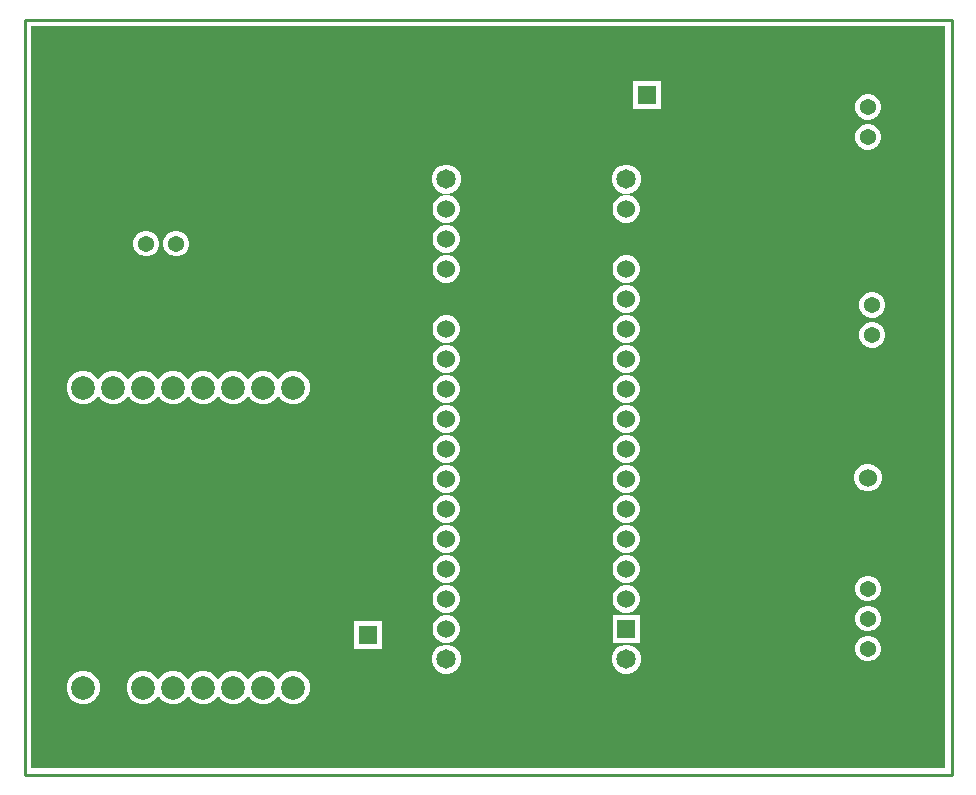
<source format=gbr>
%TF.GenerationSoftware,Altium Limited,Altium Designer,24.3.1 (35)*%
G04 Layer_Physical_Order=1*
G04 Layer_Color=255*
%FSLAX45Y45*%
%MOMM*%
%TF.SameCoordinates,78D6B365-3563-45E3-A517-92931350FA59*%
%TF.FilePolarity,Positive*%
%TF.FileFunction,Copper,L1,Top,Signal*%
%TF.Part,Single*%
G01*
G75*
%TA.AperFunction,NonConductor*%
%ADD10C,0.25400*%
%TA.AperFunction,ComponentPad*%
%ADD11C,2.00000*%
%ADD12C,1.53000*%
%ADD13R,1.53000X1.53000*%
%ADD14R,1.37000X1.37000*%
%ADD15C,1.37000*%
%ADD16R,1.53000X1.53000*%
%ADD17R,1.37000X1.37000*%
%ADD18R,1.52400X1.52400*%
%ADD19C,1.52400*%
%ADD20C,1.65100*%
G36*
X10334868Y2606432D02*
X2593732D01*
Y8887068D01*
X10334868D01*
Y2606432D01*
D02*
G37*
%LPC*%
G36*
X7927000Y8422300D02*
X7694000D01*
Y8189300D01*
X7927000D01*
Y8422300D01*
D02*
G37*
G36*
X9691684Y8312700D02*
X9663116D01*
X9635520Y8305306D01*
X9610780Y8291022D01*
X9590578Y8270820D01*
X9576294Y8246080D01*
X9568900Y8218484D01*
Y8189916D01*
X9576294Y8162320D01*
X9590578Y8137580D01*
X9610780Y8117378D01*
X9635520Y8103094D01*
X9663116Y8095700D01*
X9691684D01*
X9719280Y8103094D01*
X9744020Y8117378D01*
X9764222Y8137580D01*
X9778506Y8162320D01*
X9785900Y8189916D01*
Y8218484D01*
X9778506Y8246080D01*
X9764222Y8270820D01*
X9744020Y8291022D01*
X9719280Y8305306D01*
X9691684Y8312700D01*
D02*
G37*
G36*
Y8058700D02*
X9663116D01*
X9635520Y8051306D01*
X9610780Y8037022D01*
X9590578Y8016820D01*
X9576294Y7992080D01*
X9568900Y7964484D01*
Y7935916D01*
X9576294Y7908320D01*
X9590578Y7883580D01*
X9610780Y7863378D01*
X9635520Y7849094D01*
X9663116Y7841700D01*
X9691684D01*
X9719280Y7849094D01*
X9744020Y7863378D01*
X9764222Y7883580D01*
X9778506Y7908320D01*
X9785900Y7935916D01*
Y7964484D01*
X9778506Y7992080D01*
X9764222Y8016820D01*
X9744020Y8037022D01*
X9719280Y8051306D01*
X9691684Y8058700D01*
D02*
G37*
G36*
X7648834Y7717150D02*
X7616566D01*
X7585398Y7708798D01*
X7557453Y7692664D01*
X7534636Y7669847D01*
X7518502Y7641902D01*
X7510150Y7610734D01*
Y7578466D01*
X7518502Y7547298D01*
X7534636Y7519353D01*
X7557453Y7496536D01*
X7585398Y7480402D01*
X7616566Y7472050D01*
X7648834D01*
X7680002Y7480402D01*
X7707947Y7496536D01*
X7730764Y7519353D01*
X7746898Y7547298D01*
X7755250Y7578466D01*
Y7610734D01*
X7746898Y7641902D01*
X7730764Y7669847D01*
X7707947Y7692664D01*
X7680002Y7708798D01*
X7648834Y7717150D01*
D02*
G37*
G36*
X6124834D02*
X6092566D01*
X6061398Y7708798D01*
X6033453Y7692664D01*
X6010636Y7669847D01*
X5994502Y7641902D01*
X5986150Y7610734D01*
Y7578466D01*
X5994502Y7547298D01*
X6010636Y7519353D01*
X6033453Y7496536D01*
X6061398Y7480402D01*
X6092566Y7472050D01*
X6124834D01*
X6156002Y7480402D01*
X6183947Y7496536D01*
X6206764Y7519353D01*
X6222898Y7547298D01*
X6231250Y7578466D01*
Y7610734D01*
X6222898Y7641902D01*
X6206764Y7669847D01*
X6183947Y7692664D01*
X6156002Y7708798D01*
X6124834Y7717150D01*
D02*
G37*
G36*
X7647998Y7456800D02*
X7617402D01*
X7587848Y7448881D01*
X7561351Y7433583D01*
X7539717Y7411949D01*
X7524419Y7385452D01*
X7516500Y7355898D01*
Y7325302D01*
X7524419Y7295748D01*
X7539717Y7269251D01*
X7561351Y7247617D01*
X7587848Y7232319D01*
X7617402Y7224400D01*
X7647998D01*
X7677552Y7232319D01*
X7704049Y7247617D01*
X7725683Y7269251D01*
X7740981Y7295748D01*
X7748900Y7325302D01*
Y7355898D01*
X7740981Y7385452D01*
X7725683Y7411949D01*
X7704049Y7433583D01*
X7677552Y7448881D01*
X7647998Y7456800D01*
D02*
G37*
G36*
X6123998D02*
X6093402D01*
X6063848Y7448881D01*
X6037351Y7433583D01*
X6015717Y7411949D01*
X6000419Y7385452D01*
X5992500Y7355898D01*
Y7325302D01*
X6000419Y7295748D01*
X6015717Y7269251D01*
X6037351Y7247617D01*
X6063848Y7232319D01*
X6093402Y7224400D01*
X6123998D01*
X6153552Y7232319D01*
X6180049Y7247617D01*
X6201683Y7269251D01*
X6216981Y7295748D01*
X6224900Y7325302D01*
Y7355898D01*
X6216981Y7385452D01*
X6201683Y7411949D01*
X6180049Y7433583D01*
X6153552Y7448881D01*
X6123998Y7456800D01*
D02*
G37*
G36*
Y7202800D02*
X6093402D01*
X6063848Y7194881D01*
X6037351Y7179583D01*
X6015717Y7157949D01*
X6000419Y7131452D01*
X5992500Y7101898D01*
Y7071302D01*
X6000419Y7041748D01*
X6015717Y7015251D01*
X6037351Y6993617D01*
X6063848Y6978319D01*
X6093402Y6970400D01*
X6123998D01*
X6153552Y6978319D01*
X6180049Y6993617D01*
X6201683Y7015251D01*
X6216981Y7041748D01*
X6224900Y7071302D01*
Y7101898D01*
X6216981Y7131452D01*
X6201683Y7157949D01*
X6180049Y7179583D01*
X6153552Y7194881D01*
X6123998Y7202800D01*
D02*
G37*
G36*
X3836984Y7157000D02*
X3808416D01*
X3780820Y7149606D01*
X3756080Y7135322D01*
X3735878Y7115120D01*
X3721594Y7090380D01*
X3714200Y7062784D01*
Y7034216D01*
X3721594Y7006620D01*
X3735878Y6981880D01*
X3756080Y6961678D01*
X3780820Y6947394D01*
X3808416Y6940000D01*
X3836984D01*
X3864580Y6947394D01*
X3889320Y6961678D01*
X3909522Y6981880D01*
X3923806Y7006620D01*
X3931200Y7034216D01*
Y7062784D01*
X3923806Y7090380D01*
X3909522Y7115120D01*
X3889320Y7135322D01*
X3864580Y7149606D01*
X3836984Y7157000D01*
D02*
G37*
G36*
X3582984D02*
X3554416D01*
X3526820Y7149606D01*
X3502080Y7135322D01*
X3481878Y7115120D01*
X3467594Y7090380D01*
X3460200Y7062784D01*
Y7034216D01*
X3467594Y7006620D01*
X3481878Y6981880D01*
X3502080Y6961678D01*
X3526820Y6947394D01*
X3554416Y6940000D01*
X3582984D01*
X3610580Y6947394D01*
X3635320Y6961678D01*
X3655522Y6981880D01*
X3669806Y7006620D01*
X3677200Y7034216D01*
Y7062784D01*
X3669806Y7090380D01*
X3655522Y7115120D01*
X3635320Y7135322D01*
X3610580Y7149606D01*
X3582984Y7157000D01*
D02*
G37*
G36*
X7647998Y6948800D02*
X7617402D01*
X7587848Y6940881D01*
X7561351Y6925583D01*
X7539717Y6903949D01*
X7524419Y6877452D01*
X7516500Y6847898D01*
Y6817302D01*
X7524419Y6787748D01*
X7539717Y6761251D01*
X7561351Y6739617D01*
X7587848Y6724319D01*
X7617402Y6716400D01*
X7647998D01*
X7677552Y6724319D01*
X7704049Y6739617D01*
X7725683Y6761251D01*
X7740981Y6787748D01*
X7748900Y6817302D01*
Y6847898D01*
X7740981Y6877452D01*
X7725683Y6903949D01*
X7704049Y6925583D01*
X7677552Y6940881D01*
X7647998Y6948800D01*
D02*
G37*
G36*
X6123998D02*
X6093402D01*
X6063848Y6940881D01*
X6037351Y6925583D01*
X6015717Y6903949D01*
X6000419Y6877452D01*
X5992500Y6847898D01*
Y6817302D01*
X6000419Y6787748D01*
X6015717Y6761251D01*
X6037351Y6739617D01*
X6063848Y6724319D01*
X6093402Y6716400D01*
X6123998D01*
X6153552Y6724319D01*
X6180049Y6739617D01*
X6201683Y6761251D01*
X6216981Y6787748D01*
X6224900Y6817302D01*
Y6847898D01*
X6216981Y6877452D01*
X6201683Y6903949D01*
X6180049Y6925583D01*
X6153552Y6940881D01*
X6123998Y6948800D01*
D02*
G37*
G36*
X7647998Y6694800D02*
X7617402D01*
X7587848Y6686881D01*
X7561351Y6671583D01*
X7539717Y6649949D01*
X7524419Y6623452D01*
X7516500Y6593898D01*
Y6563302D01*
X7524419Y6533748D01*
X7539717Y6507251D01*
X7561351Y6485617D01*
X7587848Y6470319D01*
X7617402Y6462400D01*
X7647998D01*
X7677552Y6470319D01*
X7704049Y6485617D01*
X7725683Y6507251D01*
X7740981Y6533748D01*
X7748900Y6563302D01*
Y6593898D01*
X7740981Y6623452D01*
X7725683Y6649949D01*
X7704049Y6671583D01*
X7677552Y6686881D01*
X7647998Y6694800D01*
D02*
G37*
G36*
X9729784Y6636300D02*
X9701216D01*
X9673620Y6628906D01*
X9648880Y6614622D01*
X9628678Y6594420D01*
X9614394Y6569680D01*
X9607000Y6542084D01*
Y6513516D01*
X9614394Y6485920D01*
X9628678Y6461180D01*
X9648880Y6440978D01*
X9673620Y6426694D01*
X9701216Y6419300D01*
X9729784D01*
X9757380Y6426694D01*
X9782120Y6440978D01*
X9802322Y6461180D01*
X9816606Y6485920D01*
X9824000Y6513516D01*
Y6542084D01*
X9816606Y6569680D01*
X9802322Y6594420D01*
X9782120Y6614622D01*
X9757380Y6628906D01*
X9729784Y6636300D01*
D02*
G37*
G36*
X7647998Y6440800D02*
X7617402D01*
X7587848Y6432881D01*
X7561351Y6417583D01*
X7539717Y6395949D01*
X7524419Y6369452D01*
X7516500Y6339898D01*
Y6309302D01*
X7524419Y6279748D01*
X7539717Y6253251D01*
X7561351Y6231617D01*
X7587848Y6216319D01*
X7617402Y6208400D01*
X7647998D01*
X7677552Y6216319D01*
X7704049Y6231617D01*
X7725683Y6253251D01*
X7740981Y6279748D01*
X7748900Y6309302D01*
Y6339898D01*
X7740981Y6369452D01*
X7725683Y6395949D01*
X7704049Y6417583D01*
X7677552Y6432881D01*
X7647998Y6440800D01*
D02*
G37*
G36*
X6123998D02*
X6093402D01*
X6063848Y6432881D01*
X6037351Y6417583D01*
X6015717Y6395949D01*
X6000419Y6369452D01*
X5992500Y6339898D01*
Y6309302D01*
X6000419Y6279748D01*
X6015717Y6253251D01*
X6037351Y6231617D01*
X6063848Y6216319D01*
X6093402Y6208400D01*
X6123998D01*
X6153552Y6216319D01*
X6180049Y6231617D01*
X6201683Y6253251D01*
X6216981Y6279748D01*
X6224900Y6309302D01*
Y6339898D01*
X6216981Y6369452D01*
X6201683Y6395949D01*
X6180049Y6417583D01*
X6153552Y6432881D01*
X6123998Y6440800D01*
D02*
G37*
G36*
X9729784Y6382300D02*
X9701216D01*
X9673620Y6374906D01*
X9648880Y6360622D01*
X9628678Y6340420D01*
X9614394Y6315680D01*
X9607000Y6288084D01*
Y6259516D01*
X9614394Y6231920D01*
X9628678Y6207180D01*
X9648880Y6186978D01*
X9673620Y6172694D01*
X9701216Y6165300D01*
X9729784D01*
X9757380Y6172694D01*
X9782120Y6186978D01*
X9802322Y6207180D01*
X9816606Y6231920D01*
X9824000Y6259516D01*
Y6288084D01*
X9816606Y6315680D01*
X9802322Y6340420D01*
X9782120Y6360622D01*
X9757380Y6374906D01*
X9729784Y6382300D01*
D02*
G37*
G36*
X7647998Y6186800D02*
X7617402D01*
X7587848Y6178881D01*
X7561351Y6163583D01*
X7539717Y6141949D01*
X7524419Y6115452D01*
X7516500Y6085898D01*
Y6055302D01*
X7524419Y6025748D01*
X7539717Y5999251D01*
X7561351Y5977617D01*
X7587848Y5962319D01*
X7617402Y5954400D01*
X7647998D01*
X7677552Y5962319D01*
X7704049Y5977617D01*
X7725683Y5999251D01*
X7740981Y6025748D01*
X7748900Y6055302D01*
Y6085898D01*
X7740981Y6115452D01*
X7725683Y6141949D01*
X7704049Y6163583D01*
X7677552Y6178881D01*
X7647998Y6186800D01*
D02*
G37*
G36*
X6123998D02*
X6093402D01*
X6063848Y6178881D01*
X6037351Y6163583D01*
X6015717Y6141949D01*
X6000419Y6115452D01*
X5992500Y6085898D01*
Y6055302D01*
X6000419Y6025748D01*
X6015717Y5999251D01*
X6037351Y5977617D01*
X6063848Y5962319D01*
X6093402Y5954400D01*
X6123998D01*
X6153552Y5962319D01*
X6180049Y5977617D01*
X6201683Y5999251D01*
X6216981Y6025748D01*
X6224900Y6055302D01*
Y6085898D01*
X6216981Y6115452D01*
X6201683Y6141949D01*
X6180049Y6163583D01*
X6153552Y6178881D01*
X6123998Y6186800D01*
D02*
G37*
G36*
X4831731Y5969300D02*
X4794869D01*
X4759262Y5959759D01*
X4727338Y5941328D01*
X4701272Y5915262D01*
X4692650Y5900328D01*
X4679950D01*
X4671328Y5915262D01*
X4645262Y5941328D01*
X4613338Y5959759D01*
X4577731Y5969300D01*
X4540869D01*
X4505262Y5959759D01*
X4473338Y5941328D01*
X4447272Y5915262D01*
X4438650Y5900328D01*
X4425950D01*
X4417328Y5915262D01*
X4391262Y5941328D01*
X4359338Y5959759D01*
X4323731Y5969300D01*
X4286869D01*
X4251262Y5959759D01*
X4219338Y5941328D01*
X4193272Y5915262D01*
X4184650Y5900328D01*
X4171950D01*
X4163328Y5915262D01*
X4137262Y5941328D01*
X4105338Y5959759D01*
X4069731Y5969300D01*
X4032869D01*
X3997262Y5959759D01*
X3965338Y5941328D01*
X3939272Y5915262D01*
X3930650Y5900328D01*
X3917950D01*
X3909328Y5915262D01*
X3883262Y5941328D01*
X3851338Y5959759D01*
X3815731Y5969300D01*
X3778869D01*
X3743262Y5959759D01*
X3711338Y5941328D01*
X3685272Y5915262D01*
X3676650Y5900328D01*
X3663950D01*
X3655328Y5915262D01*
X3629262Y5941328D01*
X3597338Y5959759D01*
X3561731Y5969300D01*
X3524869D01*
X3489262Y5959759D01*
X3457338Y5941328D01*
X3431272Y5915262D01*
X3422650Y5900328D01*
X3409950D01*
X3401328Y5915262D01*
X3375262Y5941328D01*
X3343338Y5959759D01*
X3307731Y5969300D01*
X3270869D01*
X3235262Y5959759D01*
X3203338Y5941328D01*
X3177272Y5915262D01*
X3168650Y5900328D01*
X3155950D01*
X3147328Y5915262D01*
X3121262Y5941328D01*
X3089338Y5959759D01*
X3053731Y5969300D01*
X3016869D01*
X2981262Y5959759D01*
X2949338Y5941328D01*
X2923272Y5915262D01*
X2904841Y5883338D01*
X2895300Y5847731D01*
Y5810869D01*
X2904841Y5775262D01*
X2923272Y5743338D01*
X2949338Y5717272D01*
X2981262Y5698841D01*
X3016869Y5689300D01*
X3053731D01*
X3089338Y5698841D01*
X3121262Y5717272D01*
X3147328Y5743338D01*
X3155950Y5758272D01*
X3168650D01*
X3177272Y5743338D01*
X3203338Y5717272D01*
X3235262Y5698841D01*
X3270869Y5689300D01*
X3307731D01*
X3343338Y5698841D01*
X3375262Y5717272D01*
X3401328Y5743338D01*
X3409950Y5758272D01*
X3422650D01*
X3431272Y5743338D01*
X3457338Y5717272D01*
X3489262Y5698841D01*
X3524869Y5689300D01*
X3561731D01*
X3597338Y5698841D01*
X3629262Y5717272D01*
X3655328Y5743338D01*
X3663950Y5758272D01*
X3676650D01*
X3685272Y5743338D01*
X3711338Y5717272D01*
X3743262Y5698841D01*
X3778869Y5689300D01*
X3815731D01*
X3851338Y5698841D01*
X3883262Y5717272D01*
X3909328Y5743338D01*
X3917950Y5758272D01*
X3930650D01*
X3939272Y5743338D01*
X3965338Y5717272D01*
X3997262Y5698841D01*
X4032869Y5689300D01*
X4069731D01*
X4105338Y5698841D01*
X4137262Y5717272D01*
X4163328Y5743338D01*
X4171950Y5758272D01*
X4184650D01*
X4193272Y5743338D01*
X4219338Y5717272D01*
X4251262Y5698841D01*
X4286869Y5689300D01*
X4323731D01*
X4359338Y5698841D01*
X4391262Y5717272D01*
X4417328Y5743338D01*
X4425950Y5758272D01*
X4438650D01*
X4447272Y5743338D01*
X4473338Y5717272D01*
X4505262Y5698841D01*
X4540869Y5689300D01*
X4577731D01*
X4613338Y5698841D01*
X4645262Y5717272D01*
X4671328Y5743338D01*
X4679950Y5758272D01*
X4692650D01*
X4701272Y5743338D01*
X4727338Y5717272D01*
X4759262Y5698841D01*
X4794869Y5689300D01*
X4831731D01*
X4867338Y5698841D01*
X4899262Y5717272D01*
X4925328Y5743338D01*
X4943759Y5775262D01*
X4953300Y5810869D01*
Y5847731D01*
X4943759Y5883338D01*
X4925328Y5915262D01*
X4899262Y5941328D01*
X4867338Y5959759D01*
X4831731Y5969300D01*
D02*
G37*
G36*
X7647998Y5932800D02*
X7617402D01*
X7587848Y5924881D01*
X7561351Y5909583D01*
X7539717Y5887949D01*
X7524419Y5861452D01*
X7516500Y5831898D01*
Y5801302D01*
X7524419Y5771748D01*
X7539717Y5745251D01*
X7561351Y5723617D01*
X7587848Y5708319D01*
X7617402Y5700400D01*
X7647998D01*
X7677552Y5708319D01*
X7704049Y5723617D01*
X7725683Y5745251D01*
X7740981Y5771748D01*
X7748900Y5801302D01*
Y5831898D01*
X7740981Y5861452D01*
X7725683Y5887949D01*
X7704049Y5909583D01*
X7677552Y5924881D01*
X7647998Y5932800D01*
D02*
G37*
G36*
X6123998D02*
X6093402D01*
X6063848Y5924881D01*
X6037351Y5909583D01*
X6015717Y5887949D01*
X6000419Y5861452D01*
X5992500Y5831898D01*
Y5801302D01*
X6000419Y5771748D01*
X6015717Y5745251D01*
X6037351Y5723617D01*
X6063848Y5708319D01*
X6093402Y5700400D01*
X6123998D01*
X6153552Y5708319D01*
X6180049Y5723617D01*
X6201683Y5745251D01*
X6216981Y5771748D01*
X6224900Y5801302D01*
Y5831898D01*
X6216981Y5861452D01*
X6201683Y5887949D01*
X6180049Y5909583D01*
X6153552Y5924881D01*
X6123998Y5932800D01*
D02*
G37*
G36*
X7647998Y5678800D02*
X7617402D01*
X7587848Y5670881D01*
X7561351Y5655583D01*
X7539717Y5633949D01*
X7524419Y5607452D01*
X7516500Y5577898D01*
Y5547302D01*
X7524419Y5517748D01*
X7539717Y5491251D01*
X7561351Y5469617D01*
X7587848Y5454319D01*
X7617402Y5446400D01*
X7647998D01*
X7677552Y5454319D01*
X7704049Y5469617D01*
X7725683Y5491251D01*
X7740981Y5517748D01*
X7748900Y5547302D01*
Y5577898D01*
X7740981Y5607452D01*
X7725683Y5633949D01*
X7704049Y5655583D01*
X7677552Y5670881D01*
X7647998Y5678800D01*
D02*
G37*
G36*
X6123998D02*
X6093402D01*
X6063848Y5670881D01*
X6037351Y5655583D01*
X6015717Y5633949D01*
X6000419Y5607452D01*
X5992500Y5577898D01*
Y5547302D01*
X6000419Y5517748D01*
X6015717Y5491251D01*
X6037351Y5469617D01*
X6063848Y5454319D01*
X6093402Y5446400D01*
X6123998D01*
X6153552Y5454319D01*
X6180049Y5469617D01*
X6201683Y5491251D01*
X6216981Y5517748D01*
X6224900Y5547302D01*
Y5577898D01*
X6216981Y5607452D01*
X6201683Y5633949D01*
X6180049Y5655583D01*
X6153552Y5670881D01*
X6123998Y5678800D01*
D02*
G37*
G36*
X7647998Y5424800D02*
X7617402D01*
X7587848Y5416881D01*
X7561351Y5401583D01*
X7539717Y5379949D01*
X7524419Y5353452D01*
X7516500Y5323898D01*
Y5293302D01*
X7524419Y5263748D01*
X7539717Y5237251D01*
X7561351Y5215617D01*
X7587848Y5200319D01*
X7617402Y5192400D01*
X7647998D01*
X7677552Y5200319D01*
X7704049Y5215617D01*
X7725683Y5237251D01*
X7740981Y5263748D01*
X7748900Y5293302D01*
Y5323898D01*
X7740981Y5353452D01*
X7725683Y5379949D01*
X7704049Y5401583D01*
X7677552Y5416881D01*
X7647998Y5424800D01*
D02*
G37*
G36*
X6123998D02*
X6093402D01*
X6063848Y5416881D01*
X6037351Y5401583D01*
X6015717Y5379949D01*
X6000419Y5353452D01*
X5992500Y5323898D01*
Y5293302D01*
X6000419Y5263748D01*
X6015717Y5237251D01*
X6037351Y5215617D01*
X6063848Y5200319D01*
X6093402Y5192400D01*
X6123998D01*
X6153552Y5200319D01*
X6180049Y5215617D01*
X6201683Y5237251D01*
X6216981Y5263748D01*
X6224900Y5293302D01*
Y5323898D01*
X6216981Y5353452D01*
X6201683Y5379949D01*
X6180049Y5401583D01*
X6153552Y5416881D01*
X6123998Y5424800D01*
D02*
G37*
G36*
X9692738Y5183800D02*
X9662062D01*
X9632433Y5175861D01*
X9605867Y5160523D01*
X9584177Y5138833D01*
X9568839Y5112267D01*
X9560900Y5082638D01*
Y5051962D01*
X9568839Y5022333D01*
X9584177Y4995767D01*
X9605867Y4974077D01*
X9632433Y4958739D01*
X9662062Y4950800D01*
X9692738D01*
X9722367Y4958739D01*
X9748933Y4974077D01*
X9770623Y4995767D01*
X9785961Y5022333D01*
X9793900Y5051962D01*
Y5082638D01*
X9785961Y5112267D01*
X9770623Y5138833D01*
X9748933Y5160523D01*
X9722367Y5175861D01*
X9692738Y5183800D01*
D02*
G37*
G36*
X7647998Y5170800D02*
X7617402D01*
X7587848Y5162881D01*
X7561351Y5147583D01*
X7539717Y5125949D01*
X7524419Y5099452D01*
X7516500Y5069898D01*
Y5039302D01*
X7524419Y5009748D01*
X7539717Y4983251D01*
X7561351Y4961617D01*
X7587848Y4946319D01*
X7617402Y4938400D01*
X7647998D01*
X7677552Y4946319D01*
X7704049Y4961617D01*
X7725683Y4983251D01*
X7740981Y5009748D01*
X7748900Y5039302D01*
Y5069898D01*
X7740981Y5099452D01*
X7725683Y5125949D01*
X7704049Y5147583D01*
X7677552Y5162881D01*
X7647998Y5170800D01*
D02*
G37*
G36*
X6123998D02*
X6093402D01*
X6063848Y5162881D01*
X6037351Y5147583D01*
X6015717Y5125949D01*
X6000419Y5099452D01*
X5992500Y5069898D01*
Y5039302D01*
X6000419Y5009748D01*
X6015717Y4983251D01*
X6037351Y4961617D01*
X6063848Y4946319D01*
X6093402Y4938400D01*
X6123998D01*
X6153552Y4946319D01*
X6180049Y4961617D01*
X6201683Y4983251D01*
X6216981Y5009748D01*
X6224900Y5039302D01*
Y5069898D01*
X6216981Y5099452D01*
X6201683Y5125949D01*
X6180049Y5147583D01*
X6153552Y5162881D01*
X6123998Y5170800D01*
D02*
G37*
G36*
X7647998Y4916800D02*
X7617402D01*
X7587848Y4908881D01*
X7561351Y4893583D01*
X7539717Y4871949D01*
X7524419Y4845452D01*
X7516500Y4815898D01*
Y4785302D01*
X7524419Y4755748D01*
X7539717Y4729251D01*
X7561351Y4707617D01*
X7587848Y4692319D01*
X7617402Y4684400D01*
X7647998D01*
X7677552Y4692319D01*
X7704049Y4707617D01*
X7725683Y4729251D01*
X7740981Y4755748D01*
X7748900Y4785302D01*
Y4815898D01*
X7740981Y4845452D01*
X7725683Y4871949D01*
X7704049Y4893583D01*
X7677552Y4908881D01*
X7647998Y4916800D01*
D02*
G37*
G36*
X6123998D02*
X6093402D01*
X6063848Y4908881D01*
X6037351Y4893583D01*
X6015717Y4871949D01*
X6000419Y4845452D01*
X5992500Y4815898D01*
Y4785302D01*
X6000419Y4755748D01*
X6015717Y4729251D01*
X6037351Y4707617D01*
X6063848Y4692319D01*
X6093402Y4684400D01*
X6123998D01*
X6153552Y4692319D01*
X6180049Y4707617D01*
X6201683Y4729251D01*
X6216981Y4755748D01*
X6224900Y4785302D01*
Y4815898D01*
X6216981Y4845452D01*
X6201683Y4871949D01*
X6180049Y4893583D01*
X6153552Y4908881D01*
X6123998Y4916800D01*
D02*
G37*
G36*
X7647998Y4662800D02*
X7617402D01*
X7587848Y4654881D01*
X7561351Y4639583D01*
X7539717Y4617949D01*
X7524419Y4591452D01*
X7516500Y4561898D01*
Y4531302D01*
X7524419Y4501748D01*
X7539717Y4475251D01*
X7561351Y4453617D01*
X7587848Y4438319D01*
X7617402Y4430400D01*
X7647998D01*
X7677552Y4438319D01*
X7704049Y4453617D01*
X7725683Y4475251D01*
X7740981Y4501748D01*
X7748900Y4531302D01*
Y4561898D01*
X7740981Y4591452D01*
X7725683Y4617949D01*
X7704049Y4639583D01*
X7677552Y4654881D01*
X7647998Y4662800D01*
D02*
G37*
G36*
X6123998D02*
X6093402D01*
X6063848Y4654881D01*
X6037351Y4639583D01*
X6015717Y4617949D01*
X6000419Y4591452D01*
X5992500Y4561898D01*
Y4531302D01*
X6000419Y4501748D01*
X6015717Y4475251D01*
X6037351Y4453617D01*
X6063848Y4438319D01*
X6093402Y4430400D01*
X6123998D01*
X6153552Y4438319D01*
X6180049Y4453617D01*
X6201683Y4475251D01*
X6216981Y4501748D01*
X6224900Y4531302D01*
Y4561898D01*
X6216981Y4591452D01*
X6201683Y4617949D01*
X6180049Y4639583D01*
X6153552Y4654881D01*
X6123998Y4662800D01*
D02*
G37*
G36*
X7647998Y4408800D02*
X7617402D01*
X7587848Y4400881D01*
X7561351Y4385583D01*
X7539717Y4363949D01*
X7524419Y4337452D01*
X7516500Y4307898D01*
Y4277302D01*
X7524419Y4247748D01*
X7539717Y4221251D01*
X7561351Y4199617D01*
X7587848Y4184319D01*
X7617402Y4176400D01*
X7647998D01*
X7677552Y4184319D01*
X7704049Y4199617D01*
X7725683Y4221251D01*
X7740981Y4247748D01*
X7748900Y4277302D01*
Y4307898D01*
X7740981Y4337452D01*
X7725683Y4363949D01*
X7704049Y4385583D01*
X7677552Y4400881D01*
X7647998Y4408800D01*
D02*
G37*
G36*
X6123998D02*
X6093402D01*
X6063848Y4400881D01*
X6037351Y4385583D01*
X6015717Y4363949D01*
X6000419Y4337452D01*
X5992500Y4307898D01*
Y4277302D01*
X6000419Y4247748D01*
X6015717Y4221251D01*
X6037351Y4199617D01*
X6063848Y4184319D01*
X6093402Y4176400D01*
X6123998D01*
X6153552Y4184319D01*
X6180049Y4199617D01*
X6201683Y4221251D01*
X6216981Y4247748D01*
X6224900Y4277302D01*
Y4307898D01*
X6216981Y4337452D01*
X6201683Y4363949D01*
X6180049Y4385583D01*
X6153552Y4400881D01*
X6123998Y4408800D01*
D02*
G37*
G36*
X9691684Y4236000D02*
X9663116D01*
X9635520Y4228606D01*
X9610780Y4214322D01*
X9590578Y4194120D01*
X9576294Y4169380D01*
X9568900Y4141784D01*
Y4113216D01*
X9576294Y4085620D01*
X9590578Y4060880D01*
X9610780Y4040678D01*
X9635520Y4026394D01*
X9663116Y4019000D01*
X9691684D01*
X9719280Y4026394D01*
X9744020Y4040678D01*
X9764222Y4060880D01*
X9778506Y4085620D01*
X9785900Y4113216D01*
Y4141784D01*
X9778506Y4169380D01*
X9764222Y4194120D01*
X9744020Y4214322D01*
X9719280Y4228606D01*
X9691684Y4236000D01*
D02*
G37*
G36*
X7647998Y4154800D02*
X7617402D01*
X7587848Y4146881D01*
X7561351Y4131583D01*
X7539717Y4109949D01*
X7524419Y4083452D01*
X7516500Y4053898D01*
Y4023302D01*
X7524419Y3993748D01*
X7539717Y3967251D01*
X7561351Y3945617D01*
X7587848Y3930319D01*
X7617402Y3922400D01*
X7647998D01*
X7677552Y3930319D01*
X7704049Y3945617D01*
X7725683Y3967251D01*
X7740981Y3993748D01*
X7748900Y4023302D01*
Y4053898D01*
X7740981Y4083452D01*
X7725683Y4109949D01*
X7704049Y4131583D01*
X7677552Y4146881D01*
X7647998Y4154800D01*
D02*
G37*
G36*
X6123998D02*
X6093402D01*
X6063848Y4146881D01*
X6037351Y4131583D01*
X6015717Y4109949D01*
X6000419Y4083452D01*
X5992500Y4053898D01*
Y4023302D01*
X6000419Y3993748D01*
X6015717Y3967251D01*
X6037351Y3945617D01*
X6063848Y3930319D01*
X6093402Y3922400D01*
X6123998D01*
X6153552Y3930319D01*
X6180049Y3945617D01*
X6201683Y3967251D01*
X6216981Y3993748D01*
X6224900Y4023302D01*
Y4053898D01*
X6216981Y4083452D01*
X6201683Y4109949D01*
X6180049Y4131583D01*
X6153552Y4146881D01*
X6123998Y4154800D01*
D02*
G37*
G36*
X9691684Y3982000D02*
X9663116D01*
X9635520Y3974606D01*
X9610780Y3960322D01*
X9590578Y3940120D01*
X9576294Y3915380D01*
X9568900Y3887784D01*
Y3859216D01*
X9576294Y3831620D01*
X9590578Y3806880D01*
X9610780Y3786678D01*
X9635520Y3772394D01*
X9663116Y3765000D01*
X9691684D01*
X9719280Y3772394D01*
X9744020Y3786678D01*
X9764222Y3806880D01*
X9778506Y3831620D01*
X9785900Y3859216D01*
Y3887784D01*
X9778506Y3915380D01*
X9764222Y3940120D01*
X9744020Y3960322D01*
X9719280Y3974606D01*
X9691684Y3982000D01*
D02*
G37*
G36*
X7748900Y3900800D02*
X7516500D01*
Y3668400D01*
X7748900D01*
Y3900800D01*
D02*
G37*
G36*
X6123998D02*
X6093402D01*
X6063848Y3892881D01*
X6037351Y3877583D01*
X6015717Y3855949D01*
X6000419Y3829452D01*
X5992500Y3799898D01*
Y3769302D01*
X6000419Y3739748D01*
X6015717Y3713251D01*
X6037351Y3691617D01*
X6063848Y3676319D01*
X6093402Y3668400D01*
X6123998D01*
X6153552Y3676319D01*
X6180049Y3691617D01*
X6201683Y3713251D01*
X6216981Y3739748D01*
X6224900Y3769302D01*
Y3799898D01*
X6216981Y3829452D01*
X6201683Y3855949D01*
X6180049Y3877583D01*
X6153552Y3892881D01*
X6123998Y3900800D01*
D02*
G37*
G36*
X5564800Y3850300D02*
X5331800D01*
Y3617300D01*
X5564800D01*
Y3850300D01*
D02*
G37*
G36*
X9691684Y3728000D02*
X9663116D01*
X9635520Y3720606D01*
X9610780Y3706322D01*
X9590578Y3686120D01*
X9576294Y3661380D01*
X9568900Y3633784D01*
Y3605216D01*
X9576294Y3577620D01*
X9590578Y3552880D01*
X9610780Y3532678D01*
X9635520Y3518394D01*
X9663116Y3511000D01*
X9691684D01*
X9719280Y3518394D01*
X9744020Y3532678D01*
X9764222Y3552880D01*
X9778506Y3577620D01*
X9785900Y3605216D01*
Y3633784D01*
X9778506Y3661380D01*
X9764222Y3686120D01*
X9744020Y3706322D01*
X9719280Y3720606D01*
X9691684Y3728000D01*
D02*
G37*
G36*
X7648834Y3653150D02*
X7616566D01*
X7585398Y3644798D01*
X7557453Y3628664D01*
X7534636Y3605847D01*
X7518502Y3577902D01*
X7510150Y3546734D01*
Y3514466D01*
X7518502Y3483298D01*
X7534636Y3455353D01*
X7557453Y3432536D01*
X7585398Y3416402D01*
X7616566Y3408050D01*
X7648834D01*
X7680002Y3416402D01*
X7707947Y3432536D01*
X7730764Y3455353D01*
X7746898Y3483298D01*
X7755250Y3514466D01*
Y3546734D01*
X7746898Y3577902D01*
X7730764Y3605847D01*
X7707947Y3628664D01*
X7680002Y3644798D01*
X7648834Y3653150D01*
D02*
G37*
G36*
X6124834D02*
X6092566D01*
X6061398Y3644798D01*
X6033453Y3628664D01*
X6010636Y3605847D01*
X5994502Y3577902D01*
X5986150Y3546734D01*
Y3514466D01*
X5994502Y3483298D01*
X6010636Y3455353D01*
X6033453Y3432536D01*
X6061398Y3416402D01*
X6092566Y3408050D01*
X6124834D01*
X6156002Y3416402D01*
X6183947Y3432536D01*
X6206764Y3455353D01*
X6222898Y3483298D01*
X6231250Y3514466D01*
Y3546734D01*
X6222898Y3577902D01*
X6206764Y3605847D01*
X6183947Y3628664D01*
X6156002Y3644798D01*
X6124834Y3653150D01*
D02*
G37*
G36*
X4831731Y3429300D02*
X4794869D01*
X4759262Y3419759D01*
X4727338Y3401328D01*
X4701272Y3375262D01*
X4692650Y3360328D01*
X4679950D01*
X4671328Y3375262D01*
X4645262Y3401328D01*
X4613338Y3419759D01*
X4577731Y3429300D01*
X4540869D01*
X4505262Y3419759D01*
X4473338Y3401328D01*
X4447272Y3375262D01*
X4438650Y3360328D01*
X4425950D01*
X4417328Y3375262D01*
X4391262Y3401328D01*
X4359338Y3419759D01*
X4323731Y3429300D01*
X4286869D01*
X4251262Y3419759D01*
X4219338Y3401328D01*
X4193272Y3375262D01*
X4184650Y3360328D01*
X4171950D01*
X4163328Y3375262D01*
X4137262Y3401328D01*
X4105338Y3419759D01*
X4069731Y3429300D01*
X4032869D01*
X3997262Y3419759D01*
X3965338Y3401328D01*
X3939272Y3375262D01*
X3930650Y3360328D01*
X3917950D01*
X3909328Y3375262D01*
X3883262Y3401328D01*
X3851338Y3419759D01*
X3815731Y3429300D01*
X3778869D01*
X3743262Y3419759D01*
X3711338Y3401328D01*
X3685272Y3375262D01*
X3676650Y3360328D01*
X3663950D01*
X3655328Y3375262D01*
X3629262Y3401328D01*
X3597338Y3419759D01*
X3561731Y3429300D01*
X3524869D01*
X3489262Y3419759D01*
X3457338Y3401328D01*
X3431272Y3375262D01*
X3412841Y3343338D01*
X3403300Y3307731D01*
Y3270869D01*
X3412841Y3235262D01*
X3431272Y3203338D01*
X3457338Y3177272D01*
X3489262Y3158841D01*
X3524869Y3149300D01*
X3561731D01*
X3597338Y3158841D01*
X3629262Y3177272D01*
X3655328Y3203338D01*
X3663950Y3218272D01*
X3676650D01*
X3685272Y3203338D01*
X3711338Y3177272D01*
X3743262Y3158841D01*
X3778869Y3149300D01*
X3815731D01*
X3851338Y3158841D01*
X3883262Y3177272D01*
X3909328Y3203338D01*
X3917950Y3218272D01*
X3930650D01*
X3939272Y3203338D01*
X3965338Y3177272D01*
X3997262Y3158841D01*
X4032869Y3149300D01*
X4069731D01*
X4105338Y3158841D01*
X4137262Y3177272D01*
X4163328Y3203338D01*
X4171950Y3218272D01*
X4184650D01*
X4193272Y3203338D01*
X4219338Y3177272D01*
X4251262Y3158841D01*
X4286869Y3149300D01*
X4323731D01*
X4359338Y3158841D01*
X4391262Y3177272D01*
X4417328Y3203338D01*
X4425950Y3218272D01*
X4438650D01*
X4447272Y3203338D01*
X4473338Y3177272D01*
X4505262Y3158841D01*
X4540869Y3149300D01*
X4577731D01*
X4613338Y3158841D01*
X4645262Y3177272D01*
X4671328Y3203338D01*
X4679950Y3218272D01*
X4692650D01*
X4701272Y3203338D01*
X4727338Y3177272D01*
X4759262Y3158841D01*
X4794869Y3149300D01*
X4831731D01*
X4867338Y3158841D01*
X4899262Y3177272D01*
X4925328Y3203338D01*
X4943759Y3235262D01*
X4953300Y3270869D01*
Y3307731D01*
X4943759Y3343338D01*
X4925328Y3375262D01*
X4899262Y3401328D01*
X4867338Y3419759D01*
X4831731Y3429300D01*
D02*
G37*
G36*
X3053731D02*
X3016869D01*
X2981262Y3419759D01*
X2949338Y3401328D01*
X2923272Y3375262D01*
X2904841Y3343338D01*
X2895300Y3307731D01*
Y3270869D01*
X2904841Y3235262D01*
X2923272Y3203338D01*
X2949338Y3177272D01*
X2981262Y3158841D01*
X3016869Y3149300D01*
X3053731D01*
X3089338Y3158841D01*
X3121262Y3177272D01*
X3147328Y3203338D01*
X3165759Y3235262D01*
X3175300Y3270869D01*
Y3307731D01*
X3165759Y3343338D01*
X3147328Y3375262D01*
X3121262Y3401328D01*
X3089338Y3419759D01*
X3053731Y3429300D01*
D02*
G37*
%LPD*%
D10*
X2540000Y2552700D02*
X10388600D01*
X2540000Y8940800D02*
X10388600D01*
Y2552700D02*
Y8940800D01*
X2540000Y2552700D02*
Y8940800D01*
D11*
X4813300Y5829300D02*
D03*
X3035300D02*
D03*
X4813300Y3289300D02*
D03*
X3035300D02*
D03*
X4559300Y5829300D02*
D03*
X4305300D02*
D03*
X4051300D02*
D03*
X3797300D02*
D03*
X3543300D02*
D03*
X3289300D02*
D03*
X4559300Y3289300D02*
D03*
X4305300D02*
D03*
X4051300D02*
D03*
X3797300D02*
D03*
X3543300D02*
D03*
X3289300D02*
D03*
D12*
X8064500Y8305800D02*
D03*
X5448300Y3987800D02*
D03*
X9677400Y5067300D02*
D03*
D13*
X7810500Y8305800D02*
D03*
D14*
X4076700Y7048500D02*
D03*
D15*
X3822700D02*
D03*
X3568700D02*
D03*
X9677400Y4127500D02*
D03*
Y3873500D02*
D03*
Y3619500D02*
D03*
X9715500Y6273800D02*
D03*
Y6527800D02*
D03*
X9677400Y7950200D02*
D03*
Y8204200D02*
D03*
D16*
X5448300Y3733800D02*
D03*
X9677400Y5321300D02*
D03*
D17*
Y3365500D02*
D03*
X9715500Y6781800D02*
D03*
X9677400Y7696200D02*
D03*
D18*
X7632700Y3784600D02*
D03*
D19*
Y4038600D02*
D03*
Y4292600D02*
D03*
Y4546600D02*
D03*
Y4800600D02*
D03*
Y5054600D02*
D03*
Y5308600D02*
D03*
Y5562600D02*
D03*
Y5816600D02*
D03*
Y6070600D02*
D03*
Y6324600D02*
D03*
Y6578600D02*
D03*
Y6832600D02*
D03*
Y7086600D02*
D03*
Y7340600D02*
D03*
X6108700D02*
D03*
Y7086600D02*
D03*
Y6832600D02*
D03*
Y6578600D02*
D03*
Y6324600D02*
D03*
Y6070600D02*
D03*
Y5816600D02*
D03*
Y5562600D02*
D03*
Y5308600D02*
D03*
Y5054600D02*
D03*
Y4800600D02*
D03*
Y4546600D02*
D03*
Y4292600D02*
D03*
Y4038600D02*
D03*
Y3784600D02*
D03*
D20*
X7632700Y3530600D02*
D03*
X6108700D02*
D03*
Y7594600D02*
D03*
X7632700D02*
D03*
%TF.MD5,08a0238d1161bf2f324ee8a6e9181f90*%
M02*

</source>
